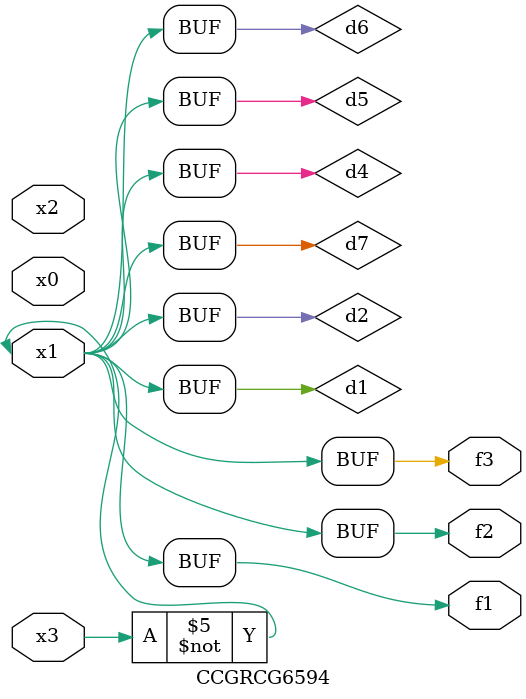
<source format=v>
module CCGRCG6594(
	input x0, x1, x2, x3,
	output f1, f2, f3
);

	wire d1, d2, d3, d4, d5, d6, d7;

	not (d1, x3);
	buf (d2, x1);
	xnor (d3, d1, d2);
	nor (d4, d1);
	buf (d5, d1, d2);
	buf (d6, d4, d5);
	nand (d7, d4);
	assign f1 = d6;
	assign f2 = d7;
	assign f3 = d6;
endmodule

</source>
